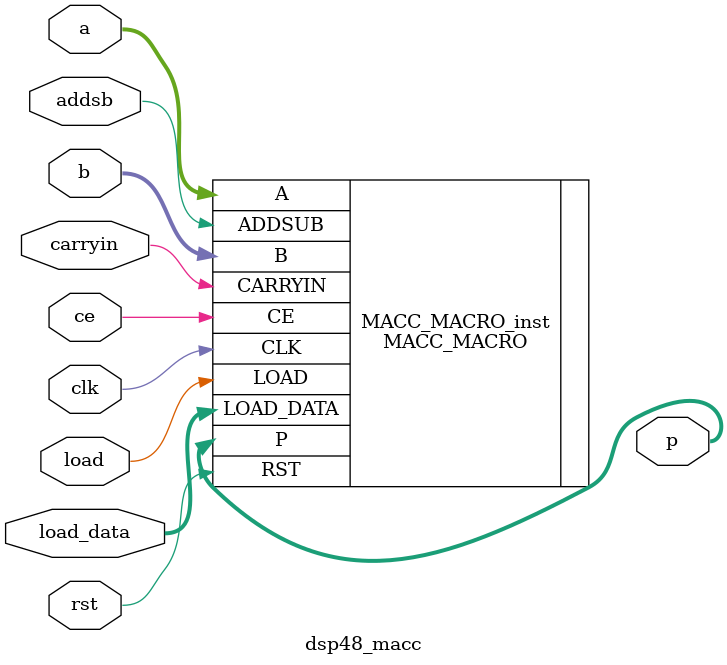
<source format=v>

`timescale 1ns / 1ps

module dsp48_macc #(
    parameter WIDTH_A = 25,   // Valid range: 1–25
    parameter WIDTH_B = 18,   // Valid range: 1–18
    parameter WIDTH_P = 48,   // Valid range: 1–48 (accumulator/output)
    parameter LATENCY = 3     // Valid range: 1–4 (pipeline stages)
)(
    input  wire                      clk,        // Clock
    input  wire                      rst,        // Active-high reset
    input  wire                      ce,         // Clock enable
    input  wire                      addsb,      // 1 = add, 0 = subtract
    input  wire                      load,       // Load accumulator enable
    input  wire [WIDTH_P-1:0]        load_data,  // Data loaded into accumulator
    input  wire                      carryin,    // Carry input
    input  wire [WIDTH_A-1:0]        a,          // Multiplier input A
    input  wire [WIDTH_B-1:0]        b,          // Multiplier input B
    output wire [WIDTH_P-1:0]        p           // MACC output (accumulator)
);

    // ------------------------------------------------------------------------
    // Xilinx MACC_MACRO instantiation
    // ------------------------------------------------------------------------
    MACC_MACRO #(
        .DEVICE("7SERIES"), // Target device family
        .LATENCY(LATENCY),  // Pipeline stages in DSP slice
        .WIDTH_A(WIDTH_A),  // Width of A input
        .WIDTH_B(WIDTH_B),  // Width of B input
        .WIDTH_P(WIDTH_P)   // Width of accumulator/output
    ) MACC_MACRO_inst (
        .P(p),               // Output (accumulator)
        .A(a),               // Multiplier input A
        .B(b),               // Multiplier input B
        .ADDSUB(addsb),      // Add/sub control
        .CARRYIN(carryin),   // Carry input
        .CE(ce),             // Clock enable
        .CLK(clk),           // Clock
        .LOAD(load),         // Load accumulator
        .LOAD_DATA(load_data), // Data to load into accumulator
        .RST(rst)            // Reset
    );

endmodule

</source>
